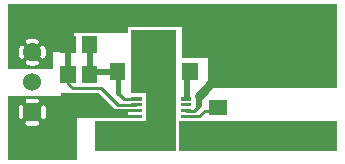
<source format=gbr>
G04 start of page 2 for group 0 idx 0 *
G04 Title: (unknown), component *
G04 Creator: pcb 20110918 *
G04 CreationDate: Sat 30 Mar 2013 03:35:01 AM GMT UTC *
G04 For: railfan *
G04 Format: Gerber/RS-274X *
G04 PCB-Dimensions: 130000 55000 *
G04 PCB-Coordinate-Origin: lower left *
%MOIN*%
%FSLAX25Y25*%
%LNTOP*%
%ADD23C,0.0380*%
%ADD22C,0.0360*%
%ADD21R,0.0700X0.0700*%
%ADD20R,0.0660X0.0660*%
%ADD19R,0.0117X0.0117*%
%ADD18R,0.0512X0.0512*%
%ADD17C,0.0600*%
%ADD16C,0.0300*%
%ADD15C,0.0400*%
%ADD14C,0.0150*%
%ADD13C,0.0100*%
%ADD12C,0.0200*%
%ADD11C,0.0001*%
G54D11*G36*
X16000Y23000D02*X25000D01*
Y1500D01*
X16000D01*
Y23000D01*
G37*
G36*
X15000Y50500D02*X24000D01*
Y37500D01*
X15000D01*
Y50500D01*
G37*
G36*
X13613D02*X17000D01*
Y32000D01*
X13613D01*
Y35353D01*
X13656Y35360D01*
X13768Y35397D01*
X13873Y35452D01*
X13968Y35522D01*
X14051Y35606D01*
X14119Y35702D01*
X14170Y35808D01*
X14318Y36216D01*
X14422Y36637D01*
X14484Y37067D01*
X14505Y37500D01*
X14484Y37933D01*
X14422Y38363D01*
X14318Y38784D01*
X14175Y39194D01*
X14122Y39300D01*
X14053Y39396D01*
X13970Y39481D01*
X13875Y39551D01*
X13769Y39606D01*
X13657Y39643D01*
X13613Y39651D01*
Y50500D01*
G37*
G36*
X10002D02*X13613D01*
Y39651D01*
X13540Y39663D01*
X13421Y39664D01*
X13304Y39646D01*
X13191Y39610D01*
X13085Y39557D01*
X12988Y39488D01*
X12904Y39405D01*
X12833Y39309D01*
X12779Y39204D01*
X12741Y39092D01*
X12722Y38975D01*
X12721Y38856D01*
X12739Y38739D01*
X12777Y38626D01*
X12876Y38355D01*
X12944Y38075D01*
X12986Y37789D01*
X13000Y37500D01*
X12986Y37211D01*
X12944Y36925D01*
X12876Y36645D01*
X12780Y36372D01*
X12742Y36261D01*
X12725Y36144D01*
X12725Y36026D01*
X12745Y35909D01*
X12782Y35797D01*
X12836Y35693D01*
X12906Y35598D01*
X12991Y35515D01*
X13087Y35446D01*
X13192Y35393D01*
X13305Y35357D01*
X13421Y35340D01*
X13539Y35341D01*
X13613Y35353D01*
Y32000D01*
X10176D01*
X10002Y32014D01*
Y32995D01*
X10433Y33016D01*
X10863Y33078D01*
X11284Y33182D01*
X11694Y33325D01*
X11800Y33378D01*
X11896Y33447D01*
X11981Y33530D01*
X12051Y33625D01*
X12106Y33731D01*
X12143Y33843D01*
X12163Y33960D01*
X12164Y34079D01*
X12146Y34196D01*
X12110Y34309D01*
X12057Y34415D01*
X11988Y34512D01*
X11905Y34596D01*
X11809Y34667D01*
X11704Y34721D01*
X11592Y34759D01*
X11475Y34778D01*
X11356Y34779D01*
X11239Y34761D01*
X11126Y34723D01*
X10855Y34624D01*
X10575Y34556D01*
X10289Y34514D01*
X10002Y34500D01*
Y40500D01*
X10289Y40486D01*
X10575Y40444D01*
X10855Y40376D01*
X11128Y40280D01*
X11239Y40242D01*
X11356Y40225D01*
X11474Y40225D01*
X11591Y40245D01*
X11703Y40282D01*
X11807Y40336D01*
X11902Y40406D01*
X11985Y40491D01*
X12054Y40587D01*
X12107Y40692D01*
X12143Y40805D01*
X12160Y40921D01*
X12159Y41039D01*
X12140Y41156D01*
X12103Y41268D01*
X12048Y41373D01*
X11978Y41468D01*
X11894Y41551D01*
X11798Y41619D01*
X11692Y41670D01*
X11284Y41818D01*
X10863Y41922D01*
X10433Y41984D01*
X10002Y42005D01*
Y50500D01*
G37*
G36*
X6387D02*X10002D01*
Y42005D01*
X10000Y42005D01*
X9567Y41984D01*
X9137Y41922D01*
X8716Y41818D01*
X8306Y41675D01*
X8200Y41622D01*
X8104Y41553D01*
X8019Y41470D01*
X7949Y41375D01*
X7894Y41269D01*
X7857Y41157D01*
X7837Y41040D01*
X7836Y40921D01*
X7854Y40804D01*
X7890Y40691D01*
X7943Y40585D01*
X8012Y40488D01*
X8095Y40404D01*
X8191Y40333D01*
X8296Y40279D01*
X8408Y40241D01*
X8525Y40222D01*
X8644Y40221D01*
X8761Y40239D01*
X8874Y40277D01*
X9145Y40376D01*
X9425Y40444D01*
X9711Y40486D01*
X10000Y40500D01*
X10002Y40500D01*
Y34500D01*
X10000Y34500D01*
X9711Y34514D01*
X9425Y34556D01*
X9145Y34624D01*
X8872Y34720D01*
X8761Y34758D01*
X8644Y34775D01*
X8526Y34775D01*
X8409Y34755D01*
X8297Y34718D01*
X8193Y34664D01*
X8098Y34594D01*
X8015Y34509D01*
X7946Y34413D01*
X7893Y34308D01*
X7857Y34195D01*
X7840Y34079D01*
X7841Y33961D01*
X7860Y33844D01*
X7897Y33732D01*
X7952Y33627D01*
X8022Y33532D01*
X8106Y33449D01*
X8202Y33381D01*
X8308Y33330D01*
X8716Y33182D01*
X9137Y33078D01*
X9567Y33016D01*
X10000Y32995D01*
X10002Y32995D01*
Y32014D01*
X10000Y32014D01*
X9824Y32000D01*
X6387D01*
Y35349D01*
X6460Y35337D01*
X6579Y35336D01*
X6696Y35354D01*
X6809Y35390D01*
X6915Y35443D01*
X7012Y35512D01*
X7096Y35595D01*
X7167Y35691D01*
X7221Y35796D01*
X7259Y35908D01*
X7278Y36025D01*
X7279Y36144D01*
X7261Y36261D01*
X7223Y36374D01*
X7124Y36645D01*
X7056Y36925D01*
X7014Y37211D01*
X7000Y37500D01*
X7014Y37789D01*
X7056Y38075D01*
X7124Y38355D01*
X7220Y38628D01*
X7258Y38739D01*
X7275Y38856D01*
X7275Y38974D01*
X7255Y39091D01*
X7218Y39203D01*
X7164Y39307D01*
X7094Y39402D01*
X7009Y39485D01*
X6913Y39554D01*
X6808Y39607D01*
X6695Y39643D01*
X6579Y39660D01*
X6461Y39659D01*
X6387Y39647D01*
Y50500D01*
G37*
G36*
X2000Y32000D02*Y50500D01*
X6387D01*
Y39647D01*
X6344Y39640D01*
X6232Y39603D01*
X6127Y39548D01*
X6032Y39478D01*
X5949Y39394D01*
X5881Y39298D01*
X5830Y39192D01*
X5682Y38784D01*
X5578Y38363D01*
X5516Y37933D01*
X5495Y37500D01*
X5516Y37067D01*
X5578Y36637D01*
X5682Y36216D01*
X5825Y35806D01*
X5878Y35700D01*
X5947Y35604D01*
X6030Y35519D01*
X6125Y35449D01*
X6231Y35394D01*
X6343Y35357D01*
X6387Y35349D01*
Y32000D01*
X2000D01*
G37*
G36*
X19500Y17000D02*Y24000D01*
X32000D01*
X37500Y18500D01*
Y17000D01*
X19500D01*
G37*
G36*
X13750Y23000D02*X18000D01*
Y1500D01*
X13750D01*
Y15248D01*
X13868Y15257D01*
X13982Y15285D01*
X14092Y15330D01*
X14192Y15391D01*
X14282Y15468D01*
X14359Y15558D01*
X14420Y15658D01*
X14465Y15768D01*
X14493Y15882D01*
X14500Y16000D01*
Y19000D01*
X14493Y19118D01*
X14465Y19232D01*
X14420Y19342D01*
X14359Y19442D01*
X14282Y19532D01*
X14192Y19609D01*
X14092Y19670D01*
X13982Y19715D01*
X13868Y19743D01*
X13750Y19752D01*
Y23000D01*
G37*
G36*
X10000Y22986D02*X10176Y23000D01*
X13750D01*
Y19752D01*
X13632Y19743D01*
X13518Y19715D01*
X13408Y19670D01*
X13308Y19609D01*
X13218Y19532D01*
X13141Y19442D01*
X13080Y19342D01*
X13035Y19232D01*
X13007Y19118D01*
X13000Y19000D01*
Y16000D01*
X13007Y15882D01*
X13035Y15768D01*
X13080Y15658D01*
X13141Y15558D01*
X13218Y15468D01*
X13308Y15391D01*
X13408Y15330D01*
X13518Y15285D01*
X13632Y15257D01*
X13750Y15248D01*
Y1500D01*
X10000D01*
Y13000D01*
X11500D01*
X11618Y13007D01*
X11732Y13035D01*
X11842Y13080D01*
X11942Y13141D01*
X12032Y13218D01*
X12109Y13308D01*
X12170Y13408D01*
X12215Y13518D01*
X12243Y13632D01*
X12252Y13750D01*
X12243Y13868D01*
X12215Y13982D01*
X12170Y14092D01*
X12109Y14192D01*
X12032Y14282D01*
X11942Y14359D01*
X11842Y14420D01*
X11732Y14465D01*
X11618Y14493D01*
X11500Y14500D01*
X10000D01*
Y20500D01*
X11500D01*
X11618Y20507D01*
X11732Y20535D01*
X11842Y20580D01*
X11942Y20641D01*
X12032Y20718D01*
X12109Y20808D01*
X12170Y20908D01*
X12215Y21018D01*
X12243Y21132D01*
X12252Y21250D01*
X12243Y21368D01*
X12215Y21482D01*
X12170Y21592D01*
X12109Y21692D01*
X12032Y21782D01*
X11942Y21859D01*
X11842Y21920D01*
X11732Y21965D01*
X11618Y21993D01*
X11500Y22000D01*
X10000D01*
Y22986D01*
G37*
G36*
X6250Y23000D02*X9824D01*
X10000Y22986D01*
X10000D01*
Y22000D01*
X8500D01*
X8382Y21993D01*
X8268Y21965D01*
X8158Y21920D01*
X8058Y21859D01*
X7968Y21782D01*
X7891Y21692D01*
X7830Y21592D01*
X7785Y21482D01*
X7757Y21368D01*
X7748Y21250D01*
X7757Y21132D01*
X7785Y21018D01*
X7830Y20908D01*
X7891Y20808D01*
X7968Y20718D01*
X8058Y20641D01*
X8158Y20580D01*
X8268Y20535D01*
X8382Y20507D01*
X8500Y20500D01*
X10000D01*
Y14500D01*
X8500D01*
X8382Y14493D01*
X8268Y14465D01*
X8158Y14420D01*
X8058Y14359D01*
X7968Y14282D01*
X7891Y14192D01*
X7830Y14092D01*
X7785Y13982D01*
X7757Y13868D01*
X7748Y13750D01*
X7757Y13632D01*
X7785Y13518D01*
X7830Y13408D01*
X7891Y13308D01*
X7968Y13218D01*
X8058Y13141D01*
X8158Y13080D01*
X8268Y13035D01*
X8382Y13007D01*
X8500Y13000D01*
X10000D01*
Y1500D01*
X6250D01*
Y15248D01*
X6368Y15257D01*
X6482Y15285D01*
X6592Y15330D01*
X6692Y15391D01*
X6782Y15468D01*
X6859Y15558D01*
X6920Y15658D01*
X6965Y15768D01*
X6993Y15882D01*
X7000Y16000D01*
Y19000D01*
X6993Y19118D01*
X6965Y19232D01*
X6920Y19342D01*
X6859Y19442D01*
X6782Y19532D01*
X6692Y19609D01*
X6592Y19670D01*
X6482Y19715D01*
X6368Y19743D01*
X6250Y19752D01*
Y23000D01*
G37*
G36*
X2000D02*X6250D01*
Y19752D01*
X6132Y19743D01*
X6018Y19715D01*
X5908Y19670D01*
X5808Y19609D01*
X5718Y19532D01*
X5641Y19442D01*
X5580Y19342D01*
X5535Y19232D01*
X5507Y19118D01*
X5500Y19000D01*
Y16000D01*
X5507Y15882D01*
X5535Y15768D01*
X5580Y15658D01*
X5641Y15558D01*
X5718Y15468D01*
X5808Y15391D01*
X5908Y15330D01*
X6018Y15285D01*
X6132Y15257D01*
X6250Y15248D01*
Y1500D01*
X2000D01*
Y23000D01*
G37*
G36*
X19500Y5000D02*Y18500D01*
X25000D01*
Y5000D01*
X19500D01*
G37*
G36*
X68500Y37500D02*X111500D01*
Y25500D01*
X68500D01*
Y37500D01*
G37*
G36*
X48000Y5000D02*Y45000D01*
X58000D01*
Y5000D01*
X48000D01*
G37*
G36*
X111500Y4500D02*X59000D01*
Y14500D01*
X111500D01*
Y4500D01*
G37*
G36*
X43000Y24000D02*Y45000D01*
X50000D01*
Y24000D01*
X43000D01*
G37*
G36*
X62500Y21500D02*X60500D01*
Y31000D01*
X62500D01*
Y21500D01*
G37*
G36*
X111500Y35500D02*X60000D01*
Y50500D01*
X111500D01*
Y35500D01*
G37*
G36*
X58000Y4500D02*X31000D01*
Y14500D01*
X58000D01*
Y4500D01*
G37*
G36*
X65000Y50500D02*Y46000D01*
X19500D01*
Y50500D01*
X65000D01*
G37*
G36*
X2000Y48000D02*Y53500D01*
X111500D01*
Y48000D01*
X109993D01*
X109991Y49657D01*
X109954Y49810D01*
X109894Y49955D01*
X109812Y50090D01*
X109709Y50209D01*
X109590Y50312D01*
X109455Y50394D01*
X109310Y50454D01*
X109157Y50491D01*
X109000Y50500D01*
X94843Y50491D01*
X94690Y50454D01*
X94545Y50394D01*
X94410Y50312D01*
X94291Y50209D01*
X94188Y50090D01*
X94106Y49955D01*
X94046Y49810D01*
X94009Y49657D01*
X94000Y49500D01*
X94002Y48000D01*
X24965D01*
X24862Y48430D01*
X24681Y48866D01*
X24435Y49269D01*
X24128Y49628D01*
X23769Y49935D01*
X23366Y50181D01*
X22930Y50362D01*
X22471Y50472D01*
X22000Y50509D01*
X21529Y50472D01*
X21070Y50362D01*
X20634Y50181D01*
X20231Y49935D01*
X19872Y49628D01*
X19565Y49269D01*
X19319Y48866D01*
X19138Y48430D01*
X19035Y48000D01*
X2000D01*
G37*
G36*
X19500Y50500D02*X42000D01*
Y44000D01*
X19500D01*
Y50500D01*
G37*
G36*
X42000Y18500D02*Y15500D01*
X19500D01*
Y18500D01*
X42000D01*
G37*
G36*
X41000Y16500D02*X46000D01*
Y15500D01*
X41000D01*
Y16500D01*
G37*
G36*
Y18500D02*X46000D01*
Y17500D01*
X41000D01*
Y18500D01*
G37*
G54D12*X38457Y31000D02*X29129D01*
G54D13*X40562Y21938D02*X38500Y24000D01*
G54D14*Y30957D01*
G54D13*X38457Y31000D01*
X38530Y19970D02*X33000Y25500D01*
X23500D01*
G54D12*X21957Y40000D02*Y31086D01*
X29129Y31000D02*Y39914D01*
G54D13*X29043Y40000D01*
X22000Y30957D02*X22043Y31000D01*
X23500Y25500D02*X22000Y27000D01*
Y30957D01*
G54D12*X21957Y31086D02*X22043Y31000D01*
G54D15*X22000Y47500D02*Y40000D01*
G54D13*X62500Y30957D02*X62543Y31000D01*
G54D12*X65500Y19500D02*Y23000D01*
G54D13*X44754Y19970D02*X38530D01*
X44754Y21938D02*X40562D01*
X61246Y16031D02*X65531D01*
X67500Y18000D01*
X70957D01*
X72000Y19043D01*
X64000Y18000D02*X65500Y19500D01*
G54D16*Y23000D02*X71000Y28500D01*
G54D13*X61246Y18000D02*X64000D01*
G54D11*G36*
X7000Y20500D02*Y14500D01*
X13000D01*
Y20500D01*
X7000D01*
G37*
G54D17*X10000Y27500D03*
Y37500D03*
G54D18*X71607Y19043D02*X72393D01*
X71607Y11957D02*X72393D01*
X22095Y10181D02*Y7819D01*
X21957Y40393D02*Y39607D01*
X29043Y40393D02*Y39607D01*
Y30393D02*Y29607D01*
X21957Y30393D02*Y29607D01*
X33905Y10181D02*Y7819D01*
G54D19*X43605Y18000D02*X45903D01*
X43605Y16030D02*X45903D01*
X43605Y14060D02*X45903D01*
X60097D02*X62395D01*
G54D18*X62543Y42393D02*Y41607D01*
X55457Y42393D02*Y41607D01*
Y31393D02*Y30607D01*
X62543Y31393D02*Y30607D01*
G54D19*X60097Y16030D02*X62395D01*
X60097Y18000D02*X62395D01*
X60097Y19970D02*X62395D01*
X60097Y21940D02*X62395D01*
G54D20*X53000Y18400D02*Y17600D01*
G54D19*X43605Y21940D02*X45903D01*
X43605Y19970D02*X45903D01*
G54D18*X45543Y31393D02*Y30607D01*
X38457Y31393D02*Y30607D01*
G54D21*X98500Y9000D02*X105500D01*
X98500Y46000D02*X105500D01*
G54D22*X50500Y7000D03*
X55500D03*
X40500D03*
X45500D03*
X50000Y42500D03*
Y37500D03*
X45500D03*
Y42500D03*
G54D12*G54D23*M02*

</source>
